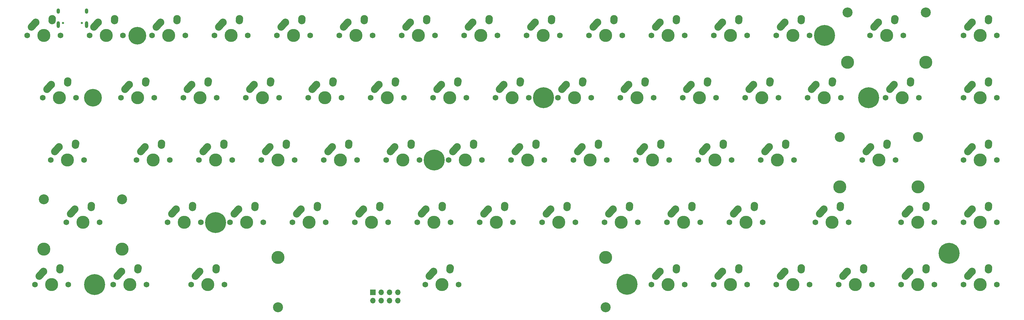
<source format=gts>
G04 #@! TF.GenerationSoftware,KiCad,Pcbnew,(6.0.2)*
G04 #@! TF.CreationDate,2022-08-27T10:29:13-07:00*
G04 #@! TF.ProjectId,Alps68,416c7073-3638-42e6-9b69-6361645f7063,A*
G04 #@! TF.SameCoordinates,Original*
G04 #@! TF.FileFunction,Soldermask,Top*
G04 #@! TF.FilePolarity,Negative*
%FSLAX46Y46*%
G04 Gerber Fmt 4.6, Leading zero omitted, Abs format (unit mm)*
G04 Created by KiCad (PCBNEW (6.0.2)) date 2022-08-27 10:29:13*
%MOMM*%
%LPD*%
G01*
G04 APERTURE LIST*
G04 Aperture macros list*
%AMHorizOval*
0 Thick line with rounded ends*
0 $1 width*
0 $2 $3 position (X,Y) of the first rounded end (center of the circle)*
0 $4 $5 position (X,Y) of the second rounded end (center of the circle)*
0 Add line between two ends*
20,1,$1,$2,$3,$4,$5,0*
0 Add two circle primitives to create the rounded ends*
1,1,$1,$2,$3*
1,1,$1,$4,$5*%
G04 Aperture macros list end*
%ADD10C,3.987800*%
%ADD11C,1.750000*%
%ADD12C,2.250000*%
%ADD13HorizOval,2.250000X0.655008X0.729993X-0.655008X-0.729993X0*%
%ADD14HorizOval,2.250000X0.020004X0.290000X-0.020004X-0.290000X0*%
%ADD15C,0.800000*%
%ADD16C,6.400000*%
%ADD17C,3.048000*%
%ADD18C,5.400000*%
%ADD19C,0.650000*%
%ADD20O,1.000000X2.100000*%
%ADD21O,1.000000X1.600000*%
%ADD22R,1.700000X1.700000*%
%ADD23O,1.700000X1.700000*%
G04 APERTURE END LIST*
D10*
X168525000Y-54260660D03*
D11*
X163445000Y-54260660D03*
X173605000Y-54260660D03*
D12*
X166025000Y-50260660D03*
D13*
X165370008Y-50990667D03*
D14*
X171045004Y-49470660D03*
D12*
X171065000Y-49180660D03*
D11*
X235517500Y-111410660D03*
X225357500Y-111410660D03*
D10*
X230437500Y-111410660D03*
D12*
X227937500Y-107410660D03*
D13*
X227282508Y-108140667D03*
D12*
X232977500Y-106330660D03*
D14*
X232957504Y-106620660D03*
D11*
X32476250Y-130460660D03*
D10*
X37556250Y-130460660D03*
D11*
X42636250Y-130460660D03*
D12*
X35056250Y-126460660D03*
D13*
X34401258Y-127190667D03*
D14*
X40076254Y-125670660D03*
D12*
X40096250Y-125380660D03*
D11*
X192020000Y-73310660D03*
D10*
X197100000Y-73310660D03*
D11*
X202180000Y-73310660D03*
D12*
X194600000Y-69310660D03*
D13*
X193945008Y-70040667D03*
D14*
X199620004Y-68520660D03*
D12*
X199640000Y-68230660D03*
D11*
X97405000Y-54260660D03*
D10*
X92325000Y-54260660D03*
D11*
X87245000Y-54260660D03*
D12*
X89825000Y-50260660D03*
D13*
X89170008Y-50990667D03*
D14*
X94845004Y-49470660D03*
D12*
X94865000Y-49180660D03*
D11*
X59305000Y-54260660D03*
D10*
X54225000Y-54260660D03*
D11*
X49145000Y-54260660D03*
D13*
X51070008Y-50990667D03*
D12*
X51725000Y-50260660D03*
X56765000Y-49180660D03*
D14*
X56745004Y-49470660D03*
D11*
X134870000Y-73310660D03*
X145030000Y-73310660D03*
D10*
X139950000Y-73310660D03*
D13*
X136795008Y-70040667D03*
D12*
X137450000Y-69310660D03*
D14*
X142470004Y-68520660D03*
D12*
X142490000Y-68230660D03*
D11*
X215832500Y-92360660D03*
X225992500Y-92360660D03*
D10*
X220912500Y-92360660D03*
D13*
X217757508Y-89090667D03*
D12*
X218412500Y-88360660D03*
X223452500Y-87280660D03*
D14*
X223432504Y-87570660D03*
D15*
X313087676Y-122717196D03*
X313087676Y-119123084D03*
X309693564Y-119123084D03*
X309693564Y-122717196D03*
D16*
X311390620Y-120920140D03*
D15*
X311390620Y-123320140D03*
X311390620Y-118520140D03*
D11*
X292032500Y-73310660D03*
X302192500Y-73310660D03*
D10*
X297112500Y-73310660D03*
D12*
X294612500Y-69310660D03*
D13*
X293957508Y-70040667D03*
D14*
X299632504Y-68520660D03*
D12*
X299652500Y-68230660D03*
D10*
X111375000Y-54260660D03*
D11*
X106295000Y-54260660D03*
X116455000Y-54260660D03*
D12*
X108875000Y-50260660D03*
D13*
X108220008Y-50990667D03*
D12*
X113915000Y-49180660D03*
D14*
X113895004Y-49470660D03*
D11*
X277745000Y-130460660D03*
D10*
X282825000Y-130460660D03*
D11*
X287905000Y-130460660D03*
D12*
X280325000Y-126460660D03*
D13*
X279670008Y-127190667D03*
D14*
X285345004Y-125670660D03*
D12*
X285365000Y-125380660D03*
D11*
X315845000Y-73310660D03*
D10*
X320925000Y-73310660D03*
D11*
X326005000Y-73310660D03*
D12*
X318425000Y-69310660D03*
D13*
X317770008Y-70040667D03*
D14*
X323445004Y-68520660D03*
D12*
X323465000Y-68230660D03*
D11*
X82482500Y-92360660D03*
D10*
X87562500Y-92360660D03*
D11*
X92642500Y-92360660D03*
D13*
X84407508Y-89090667D03*
D12*
X85062500Y-88360660D03*
X90102500Y-87280660D03*
D14*
X90082504Y-87570660D03*
D11*
X78355000Y-54260660D03*
D10*
X73275000Y-54260660D03*
D11*
X68195000Y-54260660D03*
D12*
X70775000Y-50260660D03*
D13*
X70120008Y-50990667D03*
D12*
X75815000Y-49180660D03*
D14*
X75795004Y-49470660D03*
D11*
X130742500Y-92360660D03*
D10*
X125662500Y-92360660D03*
D11*
X120582500Y-92360660D03*
D13*
X122507508Y-89090667D03*
D12*
X123162500Y-88360660D03*
D14*
X128182504Y-87570660D03*
D12*
X128202500Y-87280660D03*
D11*
X115820000Y-73310660D03*
D10*
X120900000Y-73310660D03*
D11*
X125980000Y-73310660D03*
D12*
X118400000Y-69310660D03*
D13*
X117745008Y-70040667D03*
D14*
X123420004Y-68520660D03*
D12*
X123440000Y-68230660D03*
D11*
X216467500Y-111410660D03*
X206307500Y-111410660D03*
D10*
X211387500Y-111410660D03*
D13*
X208232508Y-108140667D03*
D12*
X208887500Y-107410660D03*
X213927500Y-106330660D03*
D14*
X213907504Y-106620660D03*
D10*
X259012500Y-92360660D03*
D11*
X264092500Y-92360660D03*
X253932500Y-92360660D03*
D13*
X255857508Y-89090667D03*
D12*
X256512500Y-88360660D03*
X261552500Y-87280660D03*
D14*
X261532504Y-87570660D03*
D17*
X35143250Y-104425660D03*
D10*
X59019250Y-119665660D03*
D11*
X52161250Y-111410660D03*
D10*
X35143250Y-119665660D03*
D11*
X42001250Y-111410660D03*
D17*
X59019250Y-104425660D03*
D10*
X47081250Y-111410660D03*
D12*
X44581250Y-107410660D03*
D13*
X43926258Y-108140667D03*
D14*
X49601254Y-106620660D03*
D12*
X49621250Y-106330660D03*
D11*
X278380000Y-73310660D03*
D10*
X273300000Y-73310660D03*
D11*
X268220000Y-73310660D03*
D13*
X270145008Y-70040667D03*
D12*
X270800000Y-69310660D03*
X275840000Y-68230660D03*
D14*
X275820004Y-68520660D03*
D11*
X192655000Y-54260660D03*
D10*
X187575000Y-54260660D03*
D11*
X182495000Y-54260660D03*
D13*
X184420008Y-50990667D03*
D12*
X185075000Y-50260660D03*
X190115000Y-49180660D03*
D14*
X190095004Y-49470660D03*
D11*
X168842500Y-92360660D03*
X158682500Y-92360660D03*
D10*
X163762500Y-92360660D03*
D12*
X161262500Y-88360660D03*
D13*
X160607508Y-89090667D03*
D14*
X166282504Y-87570660D03*
D12*
X166302500Y-87280660D03*
D11*
X56288750Y-130460660D03*
X66448750Y-130460660D03*
D10*
X61368750Y-130460660D03*
D12*
X58868750Y-126460660D03*
D13*
X58213758Y-127190667D03*
D14*
X63888754Y-125670660D03*
D12*
X63908750Y-125380660D03*
D11*
X73592500Y-92360660D03*
D10*
X68512500Y-92360660D03*
D11*
X63432500Y-92360660D03*
D13*
X65357508Y-89090667D03*
D12*
X66012500Y-88360660D03*
D14*
X71032504Y-87570660D03*
D12*
X71052500Y-87280660D03*
D11*
X40255000Y-54260660D03*
D10*
X35175000Y-54260660D03*
D11*
X30095000Y-54260660D03*
D12*
X32675000Y-50260660D03*
D13*
X32020008Y-50990667D03*
D14*
X37695004Y-49470660D03*
D12*
X37715000Y-49180660D03*
D18*
X63659140Y-54347020D03*
D11*
X187257500Y-111410660D03*
X197417500Y-111410660D03*
D10*
X192337500Y-111410660D03*
D12*
X189837500Y-107410660D03*
D13*
X189182508Y-108140667D03*
D14*
X194857504Y-106620660D03*
D12*
X194877500Y-106330660D03*
D11*
X121217500Y-111410660D03*
D10*
X116137500Y-111410660D03*
D11*
X111057500Y-111410660D03*
D13*
X112982508Y-108140667D03*
D12*
X113637500Y-107410660D03*
D14*
X118657504Y-106620660D03*
D12*
X118677500Y-106330660D03*
D11*
X240280000Y-73310660D03*
D10*
X235200000Y-73310660D03*
D11*
X230120000Y-73310660D03*
D12*
X232700000Y-69310660D03*
D13*
X232045008Y-70040667D03*
D14*
X237720004Y-68520660D03*
D12*
X237740000Y-68230660D03*
D11*
X130107500Y-111410660D03*
D10*
X135187500Y-111410660D03*
D11*
X140267500Y-111410660D03*
D13*
X132032508Y-108140667D03*
D12*
X132687500Y-107410660D03*
X137727500Y-106330660D03*
D14*
X137707504Y-106620660D03*
D10*
X39937500Y-73310660D03*
D11*
X45017500Y-73310660D03*
X34857500Y-73310660D03*
D13*
X36782508Y-70040667D03*
D12*
X37437500Y-69310660D03*
X42477500Y-68230660D03*
D14*
X42457504Y-68520660D03*
D10*
X78037500Y-111410660D03*
D11*
X72957500Y-111410660D03*
X83117500Y-111410660D03*
D12*
X75537500Y-107410660D03*
D13*
X74882508Y-108140667D03*
D12*
X80577500Y-106330660D03*
D14*
X80557504Y-106620660D03*
D11*
X178367500Y-111410660D03*
X168207500Y-111410660D03*
D10*
X173287500Y-111410660D03*
D12*
X170787500Y-107410660D03*
D13*
X170132508Y-108140667D03*
D14*
X175807504Y-106620660D03*
D12*
X175827500Y-106330660D03*
D10*
X320925000Y-130460660D03*
D11*
X315845000Y-130460660D03*
X326005000Y-130460660D03*
D13*
X317770008Y-127190667D03*
D12*
X318425000Y-126460660D03*
D14*
X323445004Y-125670660D03*
D12*
X323465000Y-125380660D03*
D10*
X201862500Y-92360660D03*
D11*
X206942500Y-92360660D03*
X196782500Y-92360660D03*
D12*
X199362500Y-88360660D03*
D13*
X198707508Y-89090667D03*
D12*
X204402500Y-87280660D03*
D14*
X204382504Y-87570660D03*
D10*
X42318750Y-92360660D03*
D11*
X47398750Y-92360660D03*
X37238750Y-92360660D03*
D13*
X39163758Y-89090667D03*
D12*
X39818750Y-88360660D03*
D14*
X44838754Y-87570660D03*
D12*
X44858750Y-87280660D03*
D11*
X111692500Y-92360660D03*
D10*
X106612500Y-92360660D03*
D11*
X101532500Y-92360660D03*
D13*
X103457508Y-89090667D03*
D12*
X104112500Y-88360660D03*
X109152500Y-87280660D03*
D14*
X109132504Y-87570660D03*
D10*
X320925000Y-92360660D03*
D11*
X326005000Y-92360660D03*
X315845000Y-92360660D03*
D12*
X318425000Y-88360660D03*
D13*
X317770008Y-89090667D03*
D14*
X323445004Y-87570660D03*
D12*
X323465000Y-87280660D03*
D10*
X216150000Y-73310660D03*
D11*
X211070000Y-73310660D03*
X221230000Y-73310660D03*
D12*
X213650000Y-69310660D03*
D13*
X212995008Y-70040667D03*
D14*
X218670004Y-68520660D03*
D12*
X218690000Y-68230660D03*
D11*
X326005000Y-54260660D03*
X315845000Y-54260660D03*
D10*
X320925000Y-54260660D03*
D12*
X318425000Y-50260660D03*
D13*
X317770008Y-50990667D03*
D14*
X323445004Y-49470660D03*
D12*
X323465000Y-49180660D03*
D11*
X211705000Y-54260660D03*
X201545000Y-54260660D03*
D10*
X206625000Y-54260660D03*
D12*
X204125000Y-50260660D03*
D13*
X203470008Y-50990667D03*
D12*
X209165000Y-49180660D03*
D14*
X209145004Y-49470660D03*
D11*
X270601250Y-111410660D03*
D10*
X275681250Y-111410660D03*
D11*
X280761250Y-111410660D03*
D12*
X273181250Y-107410660D03*
D13*
X272526258Y-108140667D03*
D12*
X278221250Y-106330660D03*
D14*
X278201254Y-106620660D03*
D10*
X154237500Y-111410660D03*
D11*
X149157500Y-111410660D03*
X159317500Y-111410660D03*
D13*
X151082508Y-108140667D03*
D12*
X151737500Y-107410660D03*
X156777500Y-106330660D03*
D14*
X156757504Y-106620660D03*
D11*
X244407500Y-111410660D03*
X254567500Y-111410660D03*
D10*
X249487500Y-111410660D03*
D12*
X246987500Y-107410660D03*
D13*
X246332508Y-108140667D03*
D14*
X252007504Y-106620660D03*
D12*
X252027500Y-106330660D03*
D11*
X125345000Y-54260660D03*
D10*
X130425000Y-54260660D03*
D11*
X135505000Y-54260660D03*
D12*
X127925000Y-50260660D03*
D13*
X127270008Y-50990667D03*
D14*
X132945004Y-49470660D03*
D12*
X132965000Y-49180660D03*
D11*
X295048750Y-92360660D03*
D10*
X278030750Y-100615660D03*
X301906750Y-100615660D03*
D11*
X284888750Y-92360660D03*
D17*
X278030750Y-85375660D03*
D10*
X289968750Y-92360660D03*
D17*
X301906750Y-85375660D03*
D12*
X287468750Y-88360660D03*
D13*
X286813758Y-89090667D03*
D12*
X292508750Y-87280660D03*
D14*
X292488754Y-87570660D03*
D11*
X306955000Y-130460660D03*
D10*
X301875000Y-130460660D03*
D11*
X296795000Y-130460660D03*
D12*
X299375000Y-126460660D03*
D13*
X298720008Y-127190667D03*
D14*
X304395004Y-125670660D03*
D12*
X304415000Y-125380660D03*
D15*
X187600980Y-75710660D03*
X189298036Y-71513604D03*
D16*
X187600980Y-73310660D03*
D15*
X185903924Y-75107716D03*
X185903924Y-71513604D03*
X189298036Y-75107716D03*
X187600980Y-70910660D03*
D16*
X273366620Y-54301300D03*
D15*
X271669564Y-56098356D03*
X273366620Y-51901300D03*
X271669564Y-52504244D03*
X275063676Y-56098356D03*
X273366620Y-56701300D03*
X275063676Y-52504244D03*
X52341236Y-128638204D03*
X52341236Y-132232316D03*
X50644180Y-132835260D03*
X48947124Y-128638204D03*
X50644180Y-128035260D03*
D16*
X50644180Y-130435260D03*
D15*
X48947124Y-132232316D03*
D11*
X144395000Y-54260660D03*
D10*
X149475000Y-54260660D03*
D11*
X154555000Y-54260660D03*
D12*
X146975000Y-50260660D03*
D13*
X146320008Y-50990667D03*
D14*
X151995004Y-49470660D03*
D12*
X152015000Y-49180660D03*
D15*
X155973236Y-90563604D03*
D16*
X154276180Y-92360660D03*
D15*
X155973236Y-94157716D03*
X154276180Y-89960660D03*
X152579124Y-90563604D03*
X154276180Y-94760660D03*
X152579124Y-94157716D03*
D10*
X244725000Y-130460660D03*
D11*
X239645000Y-130460660D03*
X249805000Y-130460660D03*
D12*
X242225000Y-126460660D03*
D13*
X241570008Y-127190667D03*
D14*
X247245004Y-125670660D03*
D12*
X247265000Y-125380660D03*
D10*
X206618650Y-122205660D03*
D17*
X106618850Y-137445660D03*
D10*
X106618850Y-122205660D03*
X156618750Y-130460660D03*
D17*
X206618650Y-137445660D03*
D11*
X151538750Y-130460660D03*
X161698750Y-130460660D03*
D13*
X153463758Y-127190667D03*
D12*
X154118750Y-126460660D03*
D14*
X159138754Y-125670660D03*
D12*
X159158750Y-125380660D03*
D10*
X85181250Y-130460660D03*
D11*
X80101250Y-130460660D03*
X90261250Y-130460660D03*
D13*
X82026258Y-127190667D03*
D12*
X82681250Y-126460660D03*
X87721250Y-125380660D03*
D14*
X87701254Y-125670660D03*
D10*
X225675000Y-130460660D03*
D11*
X230755000Y-130460660D03*
X220595000Y-130460660D03*
D13*
X222520008Y-127190667D03*
D12*
X223175000Y-126460660D03*
X228215000Y-125380660D03*
D14*
X228195004Y-125670660D03*
D10*
X263775000Y-54260660D03*
D11*
X268855000Y-54260660D03*
X258695000Y-54260660D03*
D12*
X261275000Y-50260660D03*
D13*
X260620008Y-50990667D03*
D14*
X266295004Y-49470660D03*
D12*
X266315000Y-49180660D03*
D11*
X153920000Y-73310660D03*
D10*
X159000000Y-73310660D03*
D11*
X164080000Y-73310660D03*
D12*
X156500000Y-69310660D03*
D13*
X155845008Y-70040667D03*
D14*
X161520004Y-68520660D03*
D12*
X161540000Y-68230660D03*
D10*
X182812500Y-92360660D03*
D11*
X187892500Y-92360660D03*
X177732500Y-92360660D03*
D13*
X179657508Y-89090667D03*
D12*
X180312500Y-88360660D03*
D14*
X185332504Y-87570660D03*
D12*
X185352500Y-87280660D03*
D11*
X96770000Y-73310660D03*
X106930000Y-73310660D03*
D10*
X101850000Y-73310660D03*
D12*
X99350000Y-69310660D03*
D13*
X98695008Y-70040667D03*
D14*
X104370004Y-68520660D03*
D12*
X104390000Y-68230660D03*
D11*
X68830000Y-73310660D03*
D10*
X63750000Y-73310660D03*
D11*
X58670000Y-73310660D03*
D12*
X61250000Y-69310660D03*
D13*
X60595008Y-70040667D03*
D12*
X66290000Y-68230660D03*
D14*
X66270004Y-68520660D03*
D18*
X50146340Y-73320820D03*
D15*
X87570700Y-109056380D03*
X89267756Y-113253436D03*
D16*
X87570700Y-111456380D03*
D15*
X89267756Y-109659324D03*
X87570700Y-113856380D03*
X85873644Y-113253436D03*
X85873644Y-109659324D03*
D10*
X244725000Y-54260660D03*
D11*
X249805000Y-54260660D03*
X239645000Y-54260660D03*
D13*
X241570008Y-50990667D03*
D12*
X242225000Y-50260660D03*
X247265000Y-49180660D03*
D14*
X247245004Y-49470660D03*
D11*
X326005000Y-111410660D03*
D10*
X320925000Y-111410660D03*
D11*
X315845000Y-111410660D03*
D12*
X318425000Y-107410660D03*
D13*
X317770008Y-108140667D03*
D12*
X323465000Y-106330660D03*
D14*
X323445004Y-106620660D03*
D10*
X254250000Y-73310660D03*
D11*
X259330000Y-73310660D03*
X249170000Y-73310660D03*
D12*
X251750000Y-69310660D03*
D13*
X251095008Y-70040667D03*
D14*
X256770004Y-68520660D03*
D12*
X256790000Y-68230660D03*
D11*
X258695000Y-130460660D03*
D10*
X263775000Y-130460660D03*
D11*
X268855000Y-130460660D03*
D13*
X260620008Y-127190667D03*
D12*
X261275000Y-126460660D03*
D14*
X266295004Y-125670660D03*
D12*
X266315000Y-125380660D03*
D11*
X220595000Y-54260660D03*
X230755000Y-54260660D03*
D10*
X225675000Y-54260660D03*
D12*
X223175000Y-50260660D03*
D13*
X222520008Y-50990667D03*
D14*
X228195004Y-49470660D03*
D12*
X228215000Y-49180660D03*
D10*
X144712500Y-92360660D03*
D11*
X139632500Y-92360660D03*
X149792500Y-92360660D03*
D13*
X141557508Y-89090667D03*
D12*
X142212500Y-88360660D03*
X147252500Y-87280660D03*
D14*
X147232504Y-87570660D03*
D10*
X97087500Y-111410660D03*
D11*
X92007500Y-111410660D03*
X102167500Y-111410660D03*
D13*
X93932508Y-108140667D03*
D12*
X94587500Y-107410660D03*
D14*
X99607504Y-106620660D03*
D12*
X99627500Y-106330660D03*
D16*
X213102580Y-130343820D03*
D15*
X211405524Y-132140876D03*
X213102580Y-132743820D03*
X213102580Y-127943820D03*
X214799636Y-128546764D03*
X211405524Y-128546764D03*
X214799636Y-132140876D03*
D10*
X292350000Y-54260660D03*
D17*
X304288000Y-47275660D03*
D11*
X297430000Y-54260660D03*
D17*
X280412000Y-47275660D03*
D11*
X287270000Y-54260660D03*
D10*
X280412000Y-62515660D03*
X304288000Y-62515660D03*
D12*
X289850000Y-50260660D03*
D13*
X289195008Y-50990667D03*
D14*
X294870004Y-49470660D03*
D12*
X294890000Y-49180660D03*
D10*
X301875000Y-111410660D03*
D11*
X296795000Y-111410660D03*
X306955000Y-111410660D03*
D13*
X298720008Y-108140667D03*
D12*
X299375000Y-107410660D03*
D14*
X304395004Y-106620660D03*
D12*
X304415000Y-106330660D03*
D10*
X239962500Y-92360660D03*
D11*
X234882500Y-92360660D03*
X245042500Y-92360660D03*
D13*
X236807508Y-89090667D03*
D12*
X237462500Y-88360660D03*
D14*
X242482504Y-87570660D03*
D12*
X242502500Y-87280660D03*
D15*
X285146804Y-71478044D03*
X288540916Y-75072156D03*
X288540916Y-71478044D03*
X285146804Y-75072156D03*
X286843860Y-70875100D03*
D16*
X286843860Y-73275100D03*
D15*
X286843860Y-75675100D03*
D11*
X87880000Y-73310660D03*
X77720000Y-73310660D03*
D10*
X82800000Y-73310660D03*
D12*
X80300000Y-69310660D03*
D13*
X79645008Y-70040667D03*
D12*
X85340000Y-68230660D03*
D14*
X85320004Y-68520660D03*
D10*
X178050000Y-73310660D03*
D11*
X183130000Y-73310660D03*
X172970000Y-73310660D03*
D13*
X174895008Y-70040667D03*
D12*
X175550000Y-69310660D03*
D14*
X180570004Y-68520660D03*
D12*
X180590000Y-68230660D03*
D19*
X40982340Y-50449720D03*
X46762340Y-50449720D03*
D20*
X48192340Y-50979720D03*
D21*
X39552340Y-46799720D03*
X48192340Y-46799720D03*
D20*
X39552340Y-50979720D03*
D22*
X135527693Y-132859424D03*
D23*
X135527693Y-135399424D03*
X138067693Y-132859424D03*
X138067693Y-135399424D03*
X140607693Y-132859424D03*
X140607693Y-135399424D03*
X143147693Y-132859424D03*
X143147693Y-135399424D03*
M02*

</source>
